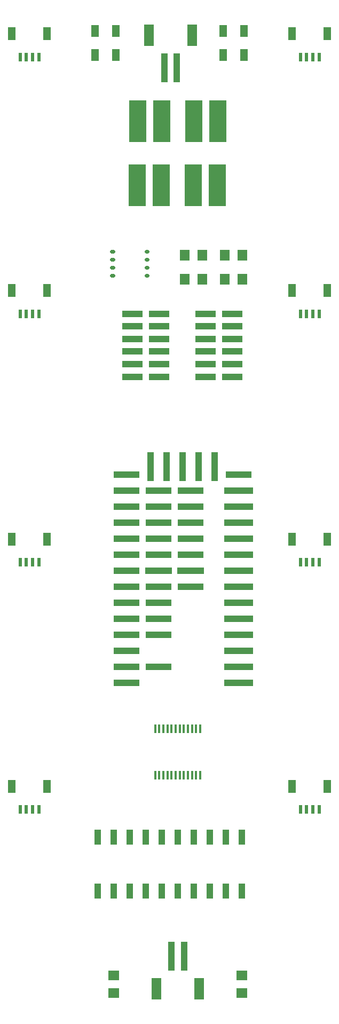
<source format=gtp>
G75*
%MOIN*%
%OFA0B0*%
%FSLAX25Y25*%
%IPPOS*%
%LPD*%
%AMOC8*
5,1,8,0,0,1.08239X$1,22.5*
%
%ADD10R,0.18000X0.04200*%
%ADD11R,0.16000X0.04200*%
%ADD12R,0.04200X0.18000*%
%ADD13R,0.16500X0.04200*%
%ADD14R,0.04449X0.09606*%
%ADD15R,0.04724X0.07874*%
%ADD16R,0.02362X0.05315*%
%ADD17R,0.03937X0.18110*%
%ADD18R,0.06299X0.13386*%
%ADD19R,0.01370X0.05500*%
%ADD20R,0.07087X0.06299*%
%ADD21R,0.11000X0.26000*%
%ADD22R,0.06299X0.07087*%
%ADD23C,0.02362*%
%ADD24R,0.05000X0.07500*%
%ADD25R,0.13000X0.04000*%
D10*
X0195521Y0204677D03*
X0195521Y0214677D03*
X0195521Y0224677D03*
X0195521Y0234677D03*
X0195521Y0244677D03*
X0195521Y0254677D03*
X0195521Y0264677D03*
X0195521Y0274677D03*
X0195521Y0284677D03*
X0195521Y0294677D03*
X0195521Y0304677D03*
X0195521Y0314677D03*
X0195521Y0324677D03*
D11*
X0195521Y0334677D03*
X0165521Y0324677D03*
X0165521Y0314677D03*
X0165521Y0304677D03*
X0165521Y0294677D03*
X0165521Y0284677D03*
X0165521Y0264677D03*
X0145521Y0264677D03*
X0145521Y0254677D03*
X0145521Y0244677D03*
X0145521Y0234677D03*
X0145521Y0214677D03*
X0125521Y0214677D03*
X0125521Y0204677D03*
X0125521Y0224677D03*
X0125521Y0234677D03*
X0125521Y0244677D03*
X0125521Y0254677D03*
X0125521Y0264677D03*
X0125521Y0274677D03*
X0125521Y0284677D03*
X0125521Y0294677D03*
X0125521Y0304677D03*
X0125521Y0314677D03*
X0125521Y0324677D03*
X0125521Y0334677D03*
X0145521Y0324677D03*
X0145521Y0314677D03*
X0145521Y0304677D03*
X0145521Y0294677D03*
X0145521Y0284677D03*
D12*
X0140521Y0339677D03*
X0150521Y0339677D03*
X0160521Y0339677D03*
X0170521Y0339677D03*
X0180521Y0339677D03*
D13*
X0165521Y0274677D03*
X0145521Y0274677D03*
D14*
X0147427Y0108508D03*
X0137427Y0108508D03*
X0127427Y0108508D03*
X0117427Y0108508D03*
X0107427Y0108508D03*
X0107427Y0074650D03*
X0117427Y0074650D03*
X0127427Y0074650D03*
X0137427Y0074650D03*
X0147427Y0074650D03*
X0157427Y0074650D03*
X0167427Y0074650D03*
X0177427Y0074650D03*
X0187427Y0074650D03*
X0197427Y0074650D03*
X0197427Y0108508D03*
X0187427Y0108508D03*
X0177427Y0108508D03*
X0167427Y0108508D03*
X0157427Y0108508D03*
D15*
X0228895Y0140055D03*
X0250942Y0140055D03*
X0250942Y0294390D03*
X0228895Y0294390D03*
X0228895Y0449630D03*
X0250942Y0449630D03*
X0250942Y0610020D03*
X0228895Y0610020D03*
X0075942Y0610020D03*
X0053895Y0610020D03*
X0053895Y0449630D03*
X0075942Y0449630D03*
X0075942Y0294390D03*
X0053895Y0294390D03*
X0053895Y0140055D03*
X0075942Y0140055D03*
D16*
X0059013Y0125587D03*
X0062950Y0125587D03*
X0066887Y0125587D03*
X0070824Y0125587D03*
X0070824Y0279921D03*
X0066887Y0279921D03*
X0062950Y0279921D03*
X0059013Y0279921D03*
X0059013Y0435161D03*
X0062950Y0435161D03*
X0066887Y0435161D03*
X0070824Y0435161D03*
X0070824Y0595551D03*
X0066887Y0595551D03*
X0062950Y0595551D03*
X0059013Y0595551D03*
X0234013Y0595551D03*
X0237950Y0595551D03*
X0241887Y0595551D03*
X0245824Y0595551D03*
X0245824Y0435161D03*
X0241887Y0435161D03*
X0237950Y0435161D03*
X0234013Y0435161D03*
X0234013Y0279921D03*
X0237950Y0279921D03*
X0241887Y0279921D03*
X0245824Y0279921D03*
X0245824Y0125587D03*
X0241887Y0125587D03*
X0237950Y0125587D03*
X0234013Y0125587D03*
D17*
X0161521Y0034114D03*
X0153647Y0034114D03*
X0156903Y0588697D03*
X0149029Y0588697D03*
D18*
X0139580Y0609169D03*
X0166352Y0609169D03*
X0170970Y0013642D03*
X0144198Y0013642D03*
D19*
X0143352Y0147185D03*
X0145911Y0147185D03*
X0148470Y0147185D03*
X0151029Y0147185D03*
X0153588Y0147185D03*
X0156147Y0147185D03*
X0158706Y0147185D03*
X0161265Y0147185D03*
X0163824Y0147185D03*
X0166383Y0147185D03*
X0168942Y0147185D03*
X0171501Y0147185D03*
X0171501Y0175972D03*
X0168942Y0175972D03*
X0166383Y0175972D03*
X0163824Y0175972D03*
X0161265Y0175972D03*
X0158706Y0175972D03*
X0156147Y0175972D03*
X0153588Y0175972D03*
X0151029Y0175972D03*
X0148470Y0175972D03*
X0145911Y0175972D03*
X0143352Y0175972D03*
D20*
X0117427Y0022091D03*
X0117427Y0011067D03*
X0197427Y0011067D03*
X0197427Y0022091D03*
D21*
X0181990Y0515409D03*
X0166990Y0515409D03*
X0146990Y0515409D03*
X0131990Y0515409D03*
X0132466Y0555358D03*
X0147466Y0555358D03*
X0167466Y0555358D03*
X0182466Y0555358D03*
D22*
X0186915Y0471579D03*
X0186915Y0456579D03*
X0197938Y0456579D03*
X0197938Y0471579D03*
X0172938Y0471579D03*
X0172938Y0456579D03*
X0161915Y0456579D03*
X0161915Y0471579D03*
D23*
X0138647Y0474079D02*
X0137663Y0474079D01*
X0137663Y0469079D02*
X0138647Y0469079D01*
X0138647Y0464079D02*
X0137663Y0464079D01*
X0137663Y0459079D02*
X0138647Y0459079D01*
X0117190Y0459079D02*
X0116206Y0459079D01*
X0116206Y0464079D02*
X0117190Y0464079D01*
X0117190Y0469079D02*
X0116206Y0469079D01*
X0116206Y0474079D02*
X0117190Y0474079D01*
D24*
X0118927Y0596579D03*
X0118927Y0611579D03*
X0105927Y0611579D03*
X0105927Y0596579D03*
X0185927Y0596579D03*
X0185927Y0611579D03*
X0198927Y0611579D03*
X0198927Y0596579D03*
D25*
X0191627Y0435201D03*
X0191627Y0427327D03*
X0191627Y0419453D03*
X0191627Y0411579D03*
X0191627Y0403705D03*
X0191627Y0395831D03*
X0174827Y0395831D03*
X0174827Y0403705D03*
X0174827Y0411579D03*
X0174827Y0419453D03*
X0174827Y0427327D03*
X0174827Y0435201D03*
X0145827Y0435201D03*
X0145827Y0427327D03*
X0145827Y0419453D03*
X0145827Y0411579D03*
X0145827Y0403705D03*
X0145827Y0395831D03*
X0129027Y0395831D03*
X0129027Y0403705D03*
X0129027Y0411579D03*
X0129027Y0419453D03*
X0129027Y0427327D03*
X0129027Y0435201D03*
M02*

</source>
